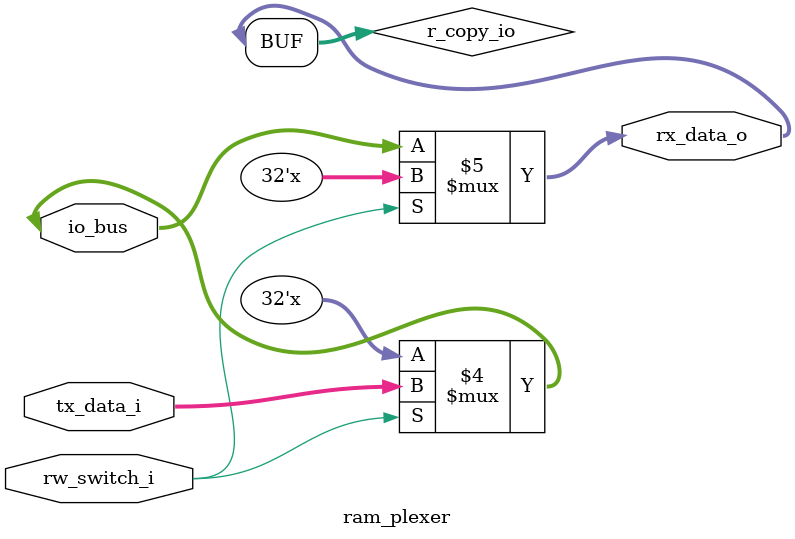
<source format=v>
module ram_plexer(
    inout [31:0] io_bus,
    input rw_switch_i,
    input [31:0] tx_data_i, // from baby
    output [31:0] rx_data_o // to baby
);

    // io bus needs to tristate, as it can be driven by the baby and the world
    // rw_switch_1 = 0 = read bus, 1 = write to bus

    reg [31:0] r_copy_io;

    // keep copy of bus
    always @(*) begin
        if (rw_switch_i == 1'b0) begin
            r_copy_io <= io_bus;
        end
    end

    // tx_data_i is the data from the baby, to send to ram
    // rx_data_o is the data to the baby, from the ram

    assign rx_data_o = r_copy_io;
    assign io_bus = rw_switch_i == 1'b1 ? tx_data_i : 'hz;

endmodule
</source>
